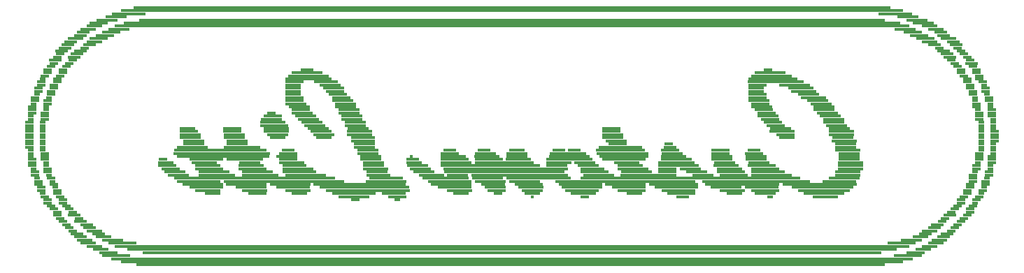
<source format=gbo>
G04 EAGLE Gerber RS-274X export*
G75*
%MOMM*%
%FSLAX34Y34*%
%LPD*%
%INSilkscreen Bottom*%
%IPPOS*%
%AMOC8*
5,1,8,0,0,1.08239X$1,22.5*%
G01*
%ADD10R,91.730000X0.370000*%
%ADD11R,94.730000X0.380000*%
%ADD12R,4.130000X0.370000*%
%ADD13R,2.630000X0.380000*%
%ADD14R,90.230000X0.380000*%
%ADD15R,2.630000X0.370000*%
%ADD16R,93.990000X0.370000*%
%ADD17R,2.250000X0.370000*%
%ADD18R,1.880000X0.380000*%
%ADD19R,96.240000X0.380000*%
%ADD20R,1.880000X0.370000*%
%ADD21R,2.640000X0.370000*%
%ADD22R,1.510000X0.380000*%
%ADD23R,2.260000X0.380000*%
%ADD24R,1.500000X0.380000*%
%ADD25R,2.250000X0.380000*%
%ADD26R,1.510000X0.370000*%
%ADD27R,1.500000X0.370000*%
%ADD28R,1.130000X0.380000*%
%ADD29R,1.120000X0.380000*%
%ADD30R,1.130000X0.370000*%
%ADD31R,1.120000X0.370000*%
%ADD32R,3.760000X0.380000*%
%ADD33R,4.890000X0.370000*%
%ADD34R,6.010000X0.380000*%
%ADD35R,5.640000X0.380000*%
%ADD36R,0.750000X0.380000*%
%ADD37R,6.760000X0.380000*%
%ADD38R,3.000000X0.380000*%
%ADD39R,0.750000X0.370000*%
%ADD40R,3.760000X0.370000*%
%ADD41R,3.010000X0.380000*%
%ADD42R,2.640000X0.380000*%
%ADD43R,3.010000X0.370000*%
%ADD44R,2.260000X0.370000*%
%ADD45R,0.760000X0.370000*%
%ADD46R,0.760000X0.380000*%
%ADD47R,3.390000X0.380000*%
%ADD48R,3.000000X0.370000*%
%ADD49R,5.270000X0.380000*%
%ADD50R,4.510000X0.380000*%
%ADD51R,11.280000X0.380000*%
%ADD52R,6.390000X0.370000*%
%ADD53R,4.510000X0.370000*%
%ADD54R,11.650000X0.370000*%
%ADD55R,6.020000X0.380000*%
%ADD56R,4.880000X0.380000*%
%ADD57R,0.380000X0.380000*%
%ADD58R,5.260000X0.370000*%
%ADD59R,5.640000X0.370000*%
%ADD60R,3.390000X0.370000*%
%ADD61R,3.380000X0.370000*%
%ADD62R,4.520000X0.380000*%
%ADD63R,7.150000X0.380000*%
%ADD64R,3.380000X0.380000*%
%ADD65R,4.890000X0.380000*%
%ADD66R,12.030000X0.380000*%
%ADD67R,15.030000X0.370000*%
%ADD68R,4.140000X0.380000*%
%ADD69R,14.660000X0.380000*%
%ADD70R,4.130000X0.380000*%
%ADD71R,6.770000X0.370000*%
%ADD72R,26.690000X0.380000*%
%ADD73R,7.900000X0.380000*%
%ADD74R,19.550000X0.380000*%
%ADD75R,13.160000X0.380000*%
%ADD76R,16.920000X0.380000*%
%ADD77R,5.260000X0.380000*%
%ADD78R,14.670000X0.380000*%
%ADD79R,9.030000X0.370000*%
%ADD80R,6.010000X0.370000*%
%ADD81R,5.270000X0.370000*%
%ADD82R,11.270000X0.370000*%
%ADD83R,4.880000X0.370000*%
%ADD84R,7.520000X0.380000*%
%ADD85R,10.900000X0.380000*%
%ADD86R,4.140000X0.370000*%
%ADD87R,10.150000X0.370000*%
%ADD88R,0.380000X0.370000*%
%ADD89R,93.230000X0.380000*%
%ADD90R,89.470000X0.370000*%
%ADD91R,96.990000X0.370000*%
%ADD92R,90.600000X0.380000*%


D10*
X1765650Y1249150D03*
D11*
X1765650Y1245400D03*
D12*
X2229950Y1241650D03*
X1301350Y1241650D03*
D13*
X2244950Y1237900D03*
X1286350Y1237900D03*
X2256250Y1234100D03*
D14*
X1765650Y1234100D03*
D13*
X1275050Y1234100D03*
D15*
X2263750Y1230350D03*
D16*
X1765650Y1230350D03*
D17*
X1265650Y1230350D03*
D18*
X2271300Y1226600D03*
D19*
X1765700Y1226600D03*
D18*
X1260000Y1226600D03*
D20*
X2278800Y1222850D03*
D15*
X2241250Y1222850D03*
D21*
X1290100Y1222850D03*
D20*
X1252500Y1222850D03*
D22*
X2284450Y1219100D03*
D23*
X2250600Y1219100D03*
X1280700Y1219100D03*
D22*
X1246850Y1219100D03*
D24*
X2288200Y1215300D03*
D25*
X2258150Y1215300D03*
D23*
X1273200Y1215300D03*
D24*
X1243100Y1215300D03*
D20*
X2293900Y1211550D03*
D17*
X2265650Y1211550D03*
X1265650Y1211550D03*
D20*
X1237500Y1211550D03*
D24*
X2299500Y1207800D03*
D18*
X2271300Y1207800D03*
X1260000Y1207800D03*
D24*
X1231800Y1207800D03*
D26*
X2303250Y1204050D03*
X2276950Y1204050D03*
D27*
X1254400Y1204050D03*
D26*
X1228050Y1204050D03*
D28*
X2305150Y1200300D03*
X2282550Y1200300D03*
X1248750Y1200300D03*
D24*
X1224300Y1200300D03*
D29*
X2308900Y1196500D03*
D24*
X2288200Y1196500D03*
X1243100Y1196500D03*
D22*
X1220550Y1196500D03*
D30*
X2312650Y1192750D03*
D27*
X2292000Y1192750D03*
D26*
X1239350Y1192750D03*
D30*
X1218650Y1192750D03*
D29*
X2316400Y1189000D03*
D22*
X2295750Y1189000D03*
D24*
X1235600Y1189000D03*
D29*
X1214900Y1189000D03*
D30*
X2320150Y1185250D03*
X2297650Y1185250D03*
D31*
X1233700Y1185250D03*
D27*
X1213000Y1185250D03*
D22*
X2322050Y1181500D03*
D28*
X2301350Y1181500D03*
X1229950Y1181500D03*
X1211150Y1181500D03*
X2323950Y1177700D03*
X2305150Y1177700D03*
X1226150Y1177700D03*
X1207350Y1177700D03*
D30*
X2327650Y1173950D03*
D31*
X2308900Y1173950D03*
X2075800Y1173950D03*
D26*
X1517550Y1173950D03*
D30*
X1222450Y1173950D03*
X1203650Y1173950D03*
D28*
X2327650Y1170200D03*
D29*
X2308900Y1170200D03*
D32*
X2077700Y1170200D03*
X1517500Y1170200D03*
D28*
X1222450Y1170200D03*
X1203650Y1170200D03*
D30*
X2331450Y1166450D03*
X2312650Y1166450D03*
D33*
X2079550Y1166450D03*
X1519450Y1166450D03*
D30*
X1218650Y1166450D03*
X1199850Y1166450D03*
D28*
X2331450Y1162700D03*
D29*
X2316400Y1162700D03*
D34*
X2081450Y1162700D03*
D35*
X1519400Y1162700D03*
D29*
X1214900Y1162700D03*
D36*
X1197950Y1162700D03*
D29*
X2335200Y1158900D03*
X2316400Y1158900D03*
D37*
X2085200Y1158900D03*
D38*
X1540100Y1158900D03*
D23*
X1502500Y1158900D03*
D29*
X1214900Y1158900D03*
X1196100Y1158900D03*
D39*
X2337050Y1155150D03*
D30*
X2320150Y1155150D03*
D40*
X2107800Y1155150D03*
D17*
X2062650Y1155150D03*
D15*
X1545750Y1155150D03*
D20*
X1500600Y1155150D03*
D30*
X1211150Y1155150D03*
D31*
X1196100Y1155150D03*
D28*
X2338950Y1151400D03*
X2320150Y1151400D03*
D41*
X2115250Y1151400D03*
D18*
X2060800Y1151400D03*
D42*
X1549500Y1151400D03*
D18*
X1500600Y1151400D03*
D28*
X1211150Y1151400D03*
X1192350Y1151400D03*
D30*
X2338950Y1147650D03*
X2323950Y1147650D03*
D43*
X2119050Y1147650D03*
D20*
X2060800Y1147650D03*
D44*
X1551400Y1147650D03*
D20*
X1500600Y1147650D03*
D30*
X1207350Y1147650D03*
X1192350Y1147650D03*
D36*
X2340850Y1143900D03*
D28*
X2323950Y1143900D03*
D13*
X2124650Y1143900D03*
D25*
X2062650Y1143900D03*
X1555150Y1143900D03*
D18*
X1500600Y1143900D03*
D28*
X1207350Y1143900D03*
D36*
X1190450Y1143900D03*
D30*
X2342750Y1140150D03*
D45*
X2325800Y1140150D03*
D43*
X2130350Y1140150D03*
D17*
X2062650Y1140150D03*
D44*
X1558900Y1140150D03*
X1502500Y1140150D03*
D45*
X1205500Y1140150D03*
D31*
X1188600Y1140150D03*
D28*
X2342750Y1136400D03*
D46*
X2325800Y1136400D03*
D13*
X2135950Y1136400D03*
X2064550Y1136400D03*
X1560750Y1136400D03*
D23*
X1502500Y1136400D03*
D28*
X1203650Y1136400D03*
D29*
X1188600Y1136400D03*
D46*
X2344600Y1132600D03*
D28*
X2327650Y1132600D03*
D13*
X2139750Y1132600D03*
D23*
X2066400Y1132600D03*
D13*
X1564550Y1132600D03*
X1504350Y1132600D03*
D28*
X1203650Y1132600D03*
D36*
X1186750Y1132600D03*
D45*
X2344600Y1128850D03*
D30*
X2327650Y1128850D03*
D15*
X2143450Y1128850D03*
X2068250Y1128850D03*
X1564550Y1128850D03*
X1508150Y1128850D03*
D39*
X1201750Y1128850D03*
D30*
X1184850Y1128850D03*
D28*
X2346450Y1125100D03*
D36*
X2329550Y1125100D03*
D13*
X2143450Y1125100D03*
D25*
X2070150Y1125100D03*
D13*
X1568250Y1125100D03*
D23*
X1510000Y1125100D03*
D36*
X1201750Y1125100D03*
D28*
X1184850Y1125100D03*
D30*
X2346450Y1121350D03*
X2331450Y1121350D03*
D15*
X2147250Y1121350D03*
D17*
X2073950Y1121350D03*
D15*
X1568250Y1121350D03*
D21*
X1511900Y1121350D03*
D31*
X1474300Y1121350D03*
D30*
X1199850Y1121350D03*
X1184850Y1121350D03*
D28*
X2346450Y1117600D03*
X2331450Y1117600D03*
D42*
X2151000Y1117600D03*
D13*
X2075850Y1117600D03*
X1572050Y1117600D03*
X1515650Y1117600D03*
D23*
X1476200Y1117600D03*
D28*
X1199850Y1117600D03*
D36*
X1182950Y1117600D03*
X2348350Y1113800D03*
D28*
X2331450Y1113800D03*
D13*
X2154750Y1113800D03*
D23*
X2077700Y1113800D03*
D13*
X1572050Y1113800D03*
X1519450Y1113800D03*
D42*
X1474300Y1113800D03*
D28*
X1199850Y1113800D03*
D36*
X1182950Y1113800D03*
D39*
X2348350Y1110050D03*
X2333350Y1110050D03*
D15*
X2154750Y1110050D03*
D17*
X2081450Y1110050D03*
D15*
X1575850Y1110050D03*
X1523150Y1110050D03*
D43*
X1476150Y1110050D03*
D39*
X1197950Y1110050D03*
D30*
X1181050Y1110050D03*
D36*
X2348350Y1106300D03*
X2333350Y1106300D03*
D13*
X2158550Y1106300D03*
D23*
X2085200Y1106300D03*
D13*
X1575850Y1106300D03*
X1526950Y1106300D03*
D47*
X1478050Y1106300D03*
D36*
X1197950Y1106300D03*
D28*
X1181050Y1106300D03*
D39*
X2348350Y1102550D03*
X2333350Y1102550D03*
D15*
X2162250Y1102550D03*
X2090850Y1102550D03*
D17*
X1885950Y1102550D03*
D15*
X1579550Y1102550D03*
D21*
X1530700Y1102550D03*
D43*
X1479950Y1102550D03*
D44*
X1427300Y1102550D03*
D20*
X1372800Y1102550D03*
D39*
X1197950Y1102550D03*
D30*
X1181050Y1102550D03*
D28*
X2350250Y1098800D03*
D36*
X2333350Y1098800D03*
D41*
X2164150Y1098800D03*
X2092750Y1098800D03*
D25*
X1885950Y1098800D03*
D41*
X1581450Y1098800D03*
D13*
X1534450Y1098800D03*
D41*
X1479950Y1098800D03*
D23*
X1427300Y1098800D03*
X1374700Y1098800D03*
D36*
X1197950Y1098800D03*
D28*
X1181050Y1098800D03*
X2350250Y1095000D03*
D36*
X2333350Y1095000D03*
D41*
X2164150Y1095000D03*
D23*
X2096500Y1095000D03*
D13*
X1887850Y1095000D03*
D41*
X1581450Y1095000D03*
D13*
X1538250Y1095000D03*
X1481850Y1095000D03*
X1429150Y1095000D03*
X1376550Y1095000D03*
D36*
X1197950Y1095000D03*
D28*
X1181050Y1095000D03*
D30*
X2350250Y1091250D03*
D39*
X2333350Y1091250D03*
D15*
X2166050Y1091250D03*
D20*
X2098400Y1091250D03*
D15*
X1887850Y1091250D03*
D48*
X1585200Y1091250D03*
D20*
X1538200Y1091250D03*
X1481800Y1091250D03*
D15*
X1429150Y1091250D03*
X1376550Y1091250D03*
D39*
X1197950Y1091250D03*
D30*
X1181050Y1091250D03*
D28*
X2350250Y1087500D03*
D36*
X2333350Y1087500D03*
D41*
X2167950Y1087500D03*
D42*
X1891600Y1087500D03*
D38*
X1585200Y1087500D03*
D13*
X1432950Y1087500D03*
X1380350Y1087500D03*
D36*
X1197950Y1087500D03*
D28*
X1181050Y1087500D03*
D39*
X2348350Y1083750D03*
X2333350Y1083750D03*
D21*
X2169800Y1083750D03*
D31*
X1955500Y1083750D03*
D44*
X1893500Y1083750D03*
D15*
X1587050Y1083750D03*
X1432950Y1083750D03*
X1380350Y1083750D03*
D39*
X1197950Y1083750D03*
D30*
X1181050Y1083750D03*
D36*
X2348350Y1080000D03*
X2333350Y1080000D03*
D42*
X2169800Y1080000D03*
D24*
X1957400Y1080000D03*
D49*
X1897250Y1080000D03*
D13*
X1587050Y1080000D03*
D50*
X1438550Y1080000D03*
D32*
X1378400Y1080000D03*
D36*
X1197950Y1080000D03*
D28*
X1181050Y1080000D03*
D36*
X2348350Y1076200D03*
X2333350Y1076200D03*
D41*
X2171650Y1076200D03*
D24*
X2058900Y1076200D03*
D25*
X2017550Y1076200D03*
D23*
X1957400Y1076200D03*
D34*
X1897250Y1076200D03*
D22*
X1840850Y1076200D03*
X1822050Y1076200D03*
D18*
X1771300Y1076200D03*
D24*
X1731800Y1076200D03*
X1690500Y1076200D03*
D13*
X1590850Y1076200D03*
D24*
X1495000Y1076200D03*
D51*
X1412300Y1076200D03*
D36*
X1197950Y1076200D03*
X1182950Y1076200D03*
D39*
X2348350Y1072450D03*
D30*
X2331450Y1072450D03*
D15*
X2173550Y1072450D03*
D44*
X2058900Y1072450D03*
D17*
X2017550Y1072450D03*
D15*
X1959250Y1072450D03*
D52*
X1899150Y1072450D03*
D53*
X1833350Y1072450D03*
D21*
X1771300Y1072450D03*
X1733700Y1072450D03*
D17*
X1690450Y1072450D03*
D15*
X1590850Y1072450D03*
D44*
X1495000Y1072450D03*
D54*
X1414150Y1072450D03*
D30*
X1199850Y1072450D03*
D39*
X1182950Y1072450D03*
D28*
X2346450Y1068700D03*
X2331450Y1068700D03*
D13*
X2173550Y1068700D03*
X2060750Y1068700D03*
X2019450Y1068700D03*
D41*
X1961150Y1068700D03*
D55*
X1901000Y1068700D03*
D56*
X1835200Y1068700D03*
D42*
X1771300Y1068700D03*
D41*
X1735550Y1068700D03*
X1694250Y1068700D03*
D57*
X1643500Y1068700D03*
D42*
X1594600Y1068700D03*
X1493100Y1068700D03*
D51*
X1416000Y1068700D03*
D28*
X1199850Y1068700D03*
D36*
X1182950Y1068700D03*
D30*
X2346450Y1064950D03*
X2331450Y1064950D03*
D15*
X2173550Y1064950D03*
X2060750Y1064950D03*
X2019450Y1064950D03*
D40*
X1964900Y1064950D03*
D58*
X1901000Y1064950D03*
D59*
X1835200Y1064950D03*
D43*
X1773150Y1064950D03*
D60*
X1737450Y1064950D03*
D61*
X1696100Y1064950D03*
D26*
X1645350Y1064950D03*
D21*
X1594600Y1064950D03*
D44*
X1495000Y1064950D03*
D53*
X1442350Y1064950D03*
D12*
X1395350Y1064950D03*
D30*
X1342750Y1064950D03*
X1199850Y1064950D03*
X1184850Y1064950D03*
D28*
X2346450Y1061200D03*
D36*
X2329550Y1061200D03*
D41*
X2175450Y1061200D03*
D13*
X2064550Y1061200D03*
X2023150Y1061200D03*
D62*
X1964900Y1061200D03*
D41*
X1904750Y1061200D03*
D42*
X1854000Y1061200D03*
D41*
X1822050Y1061200D03*
D63*
X1756250Y1061200D03*
D32*
X1698000Y1061200D03*
D18*
X1647200Y1061200D03*
D13*
X1598350Y1061200D03*
D41*
X1498750Y1061200D03*
D13*
X1447950Y1061200D03*
D41*
X1393450Y1061200D03*
D18*
X1346500Y1061200D03*
D36*
X1201750Y1061200D03*
D28*
X1184850Y1061200D03*
D46*
X2344600Y1057400D03*
D28*
X2327650Y1057400D03*
D41*
X2175450Y1057400D03*
D64*
X2068300Y1057400D03*
D41*
X2025050Y1057400D03*
D65*
X1966750Y1057400D03*
D41*
X1908550Y1057400D03*
D13*
X1857750Y1057400D03*
X1820150Y1057400D03*
D66*
X1739350Y1057400D03*
D42*
X1651000Y1057400D03*
D13*
X1598350Y1057400D03*
D38*
X1502500Y1057400D03*
D41*
X1449850Y1057400D03*
X1397250Y1057400D03*
D25*
X1348350Y1057400D03*
D36*
X1201750Y1057400D03*
D28*
X1184850Y1057400D03*
D45*
X2344600Y1053650D03*
D30*
X2327650Y1053650D03*
D43*
X2175450Y1053650D03*
D60*
X2072050Y1053650D03*
D43*
X2028850Y1053650D03*
D15*
X1981850Y1053650D03*
D44*
X1953600Y1053650D03*
D40*
X1912300Y1053650D03*
D48*
X1863400Y1053650D03*
D67*
X1758150Y1053650D03*
D15*
X1654750Y1053650D03*
D43*
X1600250Y1053650D03*
D40*
X1506300Y1053650D03*
D60*
X1451750Y1053650D03*
D61*
X1399100Y1053650D03*
D44*
X1352100Y1053650D03*
D30*
X1203650Y1053650D03*
D39*
X1186750Y1053650D03*
D28*
X2342750Y1049900D03*
D46*
X2325800Y1049900D03*
D41*
X2171650Y1049900D03*
D68*
X2075800Y1049900D03*
D64*
X2030700Y1049900D03*
D13*
X1989350Y1049900D03*
D23*
X1953600Y1049900D03*
D32*
X1916000Y1049900D03*
D64*
X1865300Y1049900D03*
D69*
X1756300Y1049900D03*
D13*
X1658550Y1049900D03*
X1602150Y1049900D03*
D70*
X1508150Y1049900D03*
D32*
X1457400Y1049900D03*
X1404800Y1049900D03*
D13*
X1357750Y1049900D03*
D28*
X1203650Y1049900D03*
D29*
X1188600Y1049900D03*
D30*
X2342750Y1046150D03*
X2323950Y1046150D03*
D43*
X2171650Y1046150D03*
D33*
X2079550Y1046150D03*
D60*
X2034450Y1046150D03*
D15*
X1996850Y1046150D03*
D71*
X1931050Y1046150D03*
D40*
X1870900Y1046150D03*
D54*
X1775050Y1046150D03*
D15*
X1699850Y1046150D03*
D43*
X1667950Y1046150D03*
D48*
X1604000Y1046150D03*
D33*
X1515650Y1046150D03*
D53*
X1461150Y1046150D03*
X1408550Y1046150D03*
D15*
X1361550Y1046150D03*
D45*
X1205500Y1046150D03*
D31*
X1188600Y1046150D03*
D36*
X2340850Y1042400D03*
D28*
X2323950Y1042400D03*
D32*
X2167900Y1042400D03*
D72*
X1981850Y1042400D03*
D73*
X1797600Y1042400D03*
D32*
X1735600Y1042400D03*
D35*
X1684800Y1042400D03*
D68*
X1613400Y1042400D03*
D74*
X1453650Y1042400D03*
D28*
X1207350Y1042400D03*
D36*
X1190450Y1042400D03*
D28*
X2338950Y1038600D03*
X2323950Y1038600D03*
D68*
X2162300Y1038600D03*
D75*
X2060800Y1038600D03*
D76*
X1902900Y1038600D03*
D32*
X1780700Y1038600D03*
X1739300Y1038600D03*
D77*
X1690500Y1038600D03*
D56*
X1613400Y1038600D03*
D78*
X1489350Y1038600D03*
D49*
X1385950Y1038600D03*
D36*
X1209250Y1038600D03*
D28*
X1192350Y1038600D03*
D30*
X2338950Y1034850D03*
X2320150Y1034850D03*
D79*
X2137850Y1034850D03*
X2043850Y1034850D03*
D80*
X1961150Y1034850D03*
D33*
X1902850Y1034850D03*
D81*
X1848350Y1034850D03*
D60*
X1786350Y1034850D03*
D48*
X1743100Y1034850D03*
D33*
X1692350Y1034850D03*
D82*
X1581450Y1034850D03*
D33*
X1496850Y1034850D03*
X1444250Y1034850D03*
D83*
X1391600Y1034850D03*
D30*
X1211150Y1034850D03*
X1192350Y1034850D03*
D36*
X2337050Y1031100D03*
D28*
X2320150Y1031100D03*
D84*
X2141600Y1031100D03*
D68*
X2068300Y1031100D03*
D32*
X2025100Y1031100D03*
D77*
X1964900Y1031100D03*
D70*
X1906650Y1031100D03*
D65*
X1850250Y1031100D03*
D41*
X1788250Y1031100D03*
D13*
X1744950Y1031100D03*
D68*
X1696100Y1031100D03*
D85*
X1587100Y1031100D03*
D68*
X1500600Y1031100D03*
D32*
X1449900Y1031100D03*
D70*
X1395350Y1031100D03*
D36*
X1213050Y1031100D03*
D29*
X1196100Y1031100D03*
D31*
X2335200Y1027350D03*
X2316400Y1027350D03*
D52*
X2143450Y1027350D03*
D60*
X2072050Y1027350D03*
D43*
X2032550Y1027350D03*
D86*
X1966800Y1027350D03*
D61*
X1910400Y1027350D03*
D12*
X1850250Y1027350D03*
D21*
X1790100Y1027350D03*
D17*
X1746850Y1027350D03*
D43*
X1701750Y1027350D03*
D87*
X1590850Y1027350D03*
D43*
X1506250Y1027350D03*
X1453650Y1027350D03*
X1397250Y1027350D03*
D31*
X1214900Y1027350D03*
X1196100Y1027350D03*
D36*
X2333350Y1023600D03*
D29*
X2316400Y1023600D03*
D65*
X2143450Y1023600D03*
D13*
X2072050Y1023600D03*
D18*
X2034500Y1023600D03*
D47*
X1970550Y1023600D03*
D18*
X1914200Y1023600D03*
D41*
X1852150Y1023600D03*
D18*
X1790100Y1023600D03*
D28*
X1748750Y1023600D03*
D18*
X1703600Y1023600D03*
D38*
X1622800Y1023600D03*
D77*
X1573900Y1023600D03*
D18*
X1508100Y1023600D03*
D23*
X1457400Y1023600D03*
D18*
X1402900Y1023600D03*
D29*
X1214900Y1023600D03*
D36*
X1197950Y1023600D03*
D30*
X2331450Y1019850D03*
X2312650Y1019850D03*
D43*
X2145350Y1019850D03*
D39*
X2077650Y1019850D03*
D27*
X1972400Y1019850D03*
D31*
X1854000Y1019850D03*
D88*
X1790100Y1019850D03*
D17*
X1626550Y1019850D03*
D40*
X1573900Y1019850D03*
D30*
X1218650Y1019850D03*
X1199850Y1019850D03*
D28*
X2327650Y1016100D03*
D29*
X2308900Y1016100D03*
D36*
X1626550Y1016100D03*
D29*
X1575800Y1016100D03*
D28*
X1222450Y1016100D03*
X1203650Y1016100D03*
D46*
X2325800Y1012300D03*
D29*
X2308900Y1012300D03*
D28*
X1222450Y1012300D03*
X1203650Y1012300D03*
D30*
X2323950Y1008550D03*
X2305150Y1008550D03*
X1226150Y1008550D03*
X1207350Y1008550D03*
D28*
X2320150Y1004800D03*
X2301350Y1004800D03*
X1229950Y1004800D03*
X1211150Y1004800D03*
D30*
X2320150Y1001050D03*
X2297650Y1001050D03*
D31*
X1233700Y1001050D03*
X1214900Y1001050D03*
D29*
X2316400Y997300D03*
D22*
X2295750Y997300D03*
D24*
X1235600Y997300D03*
D29*
X1214900Y997300D03*
D28*
X2312650Y993500D03*
D29*
X2290100Y993500D03*
D28*
X1241250Y993500D03*
X1218650Y993500D03*
D31*
X2308900Y989750D03*
D30*
X2286350Y989750D03*
D27*
X1243100Y989750D03*
D30*
X1222450Y989750D03*
D28*
X2305150Y986000D03*
D24*
X2280700Y986000D03*
X1250600Y986000D03*
D28*
X1226150Y986000D03*
D30*
X2301350Y982250D03*
D26*
X2276950Y982250D03*
D27*
X1254400Y982250D03*
D30*
X1229950Y982250D03*
D28*
X2297650Y978500D03*
D18*
X2271300Y978500D03*
X1260000Y978500D03*
D29*
X1233700Y978500D03*
D24*
X2292000Y974700D03*
D22*
X2265650Y974700D03*
X1265650Y974700D03*
X1239350Y974700D03*
D27*
X2288200Y970950D03*
D20*
X2260000Y970950D03*
X1271300Y970950D03*
D27*
X1243100Y970950D03*
D18*
X2282600Y967200D03*
D13*
X2248750Y967200D03*
X1282550Y967200D03*
D18*
X1248700Y967200D03*
D20*
X2278800Y963450D03*
D60*
X2237450Y963450D03*
X1293850Y963450D03*
D20*
X1252500Y963450D03*
D18*
X2271300Y959700D03*
D19*
X1765700Y959700D03*
D18*
X1260000Y959700D03*
X2263800Y955900D03*
D89*
X1765650Y955900D03*
D18*
X1267500Y955900D03*
D44*
X2254400Y952150D03*
D90*
X1765650Y952150D03*
D17*
X1276950Y952150D03*
D64*
X2245000Y948400D03*
D47*
X1286350Y948400D03*
D91*
X1765650Y944650D03*
D11*
X1765650Y940900D03*
D92*
X1763800Y937100D03*
M02*

</source>
